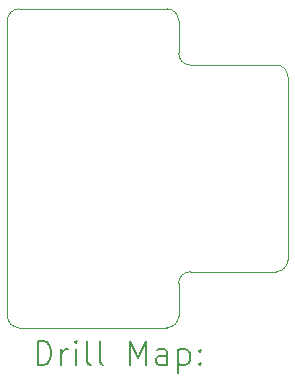
<source format=gbr>
%TF.GenerationSoftware,KiCad,Pcbnew,8.0.7*%
%TF.CreationDate,2025-04-11T01:52:18-04:00*%
%TF.ProjectId,1M_3F,314d5f33-462e-46b6-9963-61645f706362,rev?*%
%TF.SameCoordinates,Original*%
%TF.FileFunction,Drillmap*%
%TF.FilePolarity,Positive*%
%FSLAX45Y45*%
G04 Gerber Fmt 4.5, Leading zero omitted, Abs format (unit mm)*
G04 Created by KiCad (PCBNEW 8.0.7) date 2025-04-11 01:52:18*
%MOMM*%
%LPD*%
G01*
G04 APERTURE LIST*
%ADD10C,0.050000*%
%ADD11C,0.200000*%
G04 APERTURE END LIST*
D10*
X10750000Y-5725000D02*
G75*
G02*
X10850000Y-5625000I100000J0D01*
G01*
X10850000Y-3875000D02*
G75*
G02*
X10750000Y-3775000I0J100000D01*
G01*
X11675000Y-5525000D02*
G75*
G02*
X11575000Y-5625000I-100000J0D01*
G01*
X11575000Y-3875000D02*
G75*
G02*
X11675000Y-3975000I0J-100000D01*
G01*
X11675000Y-3975000D02*
X11675000Y-5525000D01*
X10850000Y-3875000D02*
X11575000Y-3875000D01*
X10750000Y-3500000D02*
X10750000Y-3775000D01*
X9300000Y-3500000D02*
G75*
G02*
X9400000Y-3400000I100000J0D01*
G01*
X10750000Y-6000000D02*
G75*
G02*
X10650000Y-6100000I-100000J0D01*
G01*
X9300000Y-6000000D02*
X9300000Y-3500000D01*
X10650000Y-3400000D02*
G75*
G02*
X10750000Y-3500000I0J-100000D01*
G01*
X10750000Y-5725000D02*
X10750000Y-6000000D01*
X10650000Y-6100000D02*
X9400000Y-6100000D01*
X10850000Y-5625000D02*
X11575000Y-5625000D01*
X9400000Y-3400000D02*
X10650000Y-3400000D01*
X9400000Y-6100000D02*
G75*
G02*
X9300000Y-6000000I0J100000D01*
G01*
D11*
X9558277Y-6413984D02*
X9558277Y-6213984D01*
X9558277Y-6213984D02*
X9605896Y-6213984D01*
X9605896Y-6213984D02*
X9634467Y-6223508D01*
X9634467Y-6223508D02*
X9653515Y-6242555D01*
X9653515Y-6242555D02*
X9663039Y-6261603D01*
X9663039Y-6261603D02*
X9672563Y-6299698D01*
X9672563Y-6299698D02*
X9672563Y-6328269D01*
X9672563Y-6328269D02*
X9663039Y-6366365D01*
X9663039Y-6366365D02*
X9653515Y-6385412D01*
X9653515Y-6385412D02*
X9634467Y-6404460D01*
X9634467Y-6404460D02*
X9605896Y-6413984D01*
X9605896Y-6413984D02*
X9558277Y-6413984D01*
X9758277Y-6413984D02*
X9758277Y-6280650D01*
X9758277Y-6318746D02*
X9767801Y-6299698D01*
X9767801Y-6299698D02*
X9777324Y-6290174D01*
X9777324Y-6290174D02*
X9796372Y-6280650D01*
X9796372Y-6280650D02*
X9815420Y-6280650D01*
X9882086Y-6413984D02*
X9882086Y-6280650D01*
X9882086Y-6213984D02*
X9872563Y-6223508D01*
X9872563Y-6223508D02*
X9882086Y-6233031D01*
X9882086Y-6233031D02*
X9891610Y-6223508D01*
X9891610Y-6223508D02*
X9882086Y-6213984D01*
X9882086Y-6213984D02*
X9882086Y-6233031D01*
X10005896Y-6413984D02*
X9986848Y-6404460D01*
X9986848Y-6404460D02*
X9977324Y-6385412D01*
X9977324Y-6385412D02*
X9977324Y-6213984D01*
X10110658Y-6413984D02*
X10091610Y-6404460D01*
X10091610Y-6404460D02*
X10082086Y-6385412D01*
X10082086Y-6385412D02*
X10082086Y-6213984D01*
X10339229Y-6413984D02*
X10339229Y-6213984D01*
X10339229Y-6213984D02*
X10405896Y-6356841D01*
X10405896Y-6356841D02*
X10472563Y-6213984D01*
X10472563Y-6213984D02*
X10472563Y-6413984D01*
X10653515Y-6413984D02*
X10653515Y-6309222D01*
X10653515Y-6309222D02*
X10643991Y-6290174D01*
X10643991Y-6290174D02*
X10624944Y-6280650D01*
X10624944Y-6280650D02*
X10586848Y-6280650D01*
X10586848Y-6280650D02*
X10567801Y-6290174D01*
X10653515Y-6404460D02*
X10634467Y-6413984D01*
X10634467Y-6413984D02*
X10586848Y-6413984D01*
X10586848Y-6413984D02*
X10567801Y-6404460D01*
X10567801Y-6404460D02*
X10558277Y-6385412D01*
X10558277Y-6385412D02*
X10558277Y-6366365D01*
X10558277Y-6366365D02*
X10567801Y-6347317D01*
X10567801Y-6347317D02*
X10586848Y-6337793D01*
X10586848Y-6337793D02*
X10634467Y-6337793D01*
X10634467Y-6337793D02*
X10653515Y-6328269D01*
X10748753Y-6280650D02*
X10748753Y-6480650D01*
X10748753Y-6290174D02*
X10767801Y-6280650D01*
X10767801Y-6280650D02*
X10805896Y-6280650D01*
X10805896Y-6280650D02*
X10824944Y-6290174D01*
X10824944Y-6290174D02*
X10834467Y-6299698D01*
X10834467Y-6299698D02*
X10843991Y-6318746D01*
X10843991Y-6318746D02*
X10843991Y-6375888D01*
X10843991Y-6375888D02*
X10834467Y-6394936D01*
X10834467Y-6394936D02*
X10824944Y-6404460D01*
X10824944Y-6404460D02*
X10805896Y-6413984D01*
X10805896Y-6413984D02*
X10767801Y-6413984D01*
X10767801Y-6413984D02*
X10748753Y-6404460D01*
X10929705Y-6394936D02*
X10939229Y-6404460D01*
X10939229Y-6404460D02*
X10929705Y-6413984D01*
X10929705Y-6413984D02*
X10920182Y-6404460D01*
X10920182Y-6404460D02*
X10929705Y-6394936D01*
X10929705Y-6394936D02*
X10929705Y-6413984D01*
X10929705Y-6290174D02*
X10939229Y-6299698D01*
X10939229Y-6299698D02*
X10929705Y-6309222D01*
X10929705Y-6309222D02*
X10920182Y-6299698D01*
X10920182Y-6299698D02*
X10929705Y-6290174D01*
X10929705Y-6290174D02*
X10929705Y-6309222D01*
M02*

</source>
